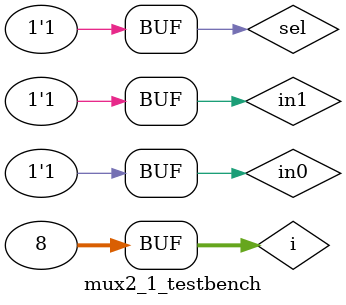
<source format=sv>
`timescale 1ns/10ps

module mux2_1 (
   output logic out,
   input  logic in0,
   input  logic in1,
   input  logic sel
);

   parameter DELAY = 0.05;

   logic seln;
   not #DELAY n (seln, sel);

   logic out0, out1;
   and #DELAY a0 (out0, in0, seln);
   and #DELAY a1 (out1, in1, sel);

   or #DELAY o (out, out0, out1);
endmodule

module mux2_1_testbench ();
   logic out;
   logic in0, in1, sel;

   mux2_1 dut (.out, .in0, .in1, .sel);

   integer i;
   initial begin
      for (i = 0; i < 8; i++) begin
         {sel, in1, in0} = i; #10;
      end
   end
endmodule

</source>
